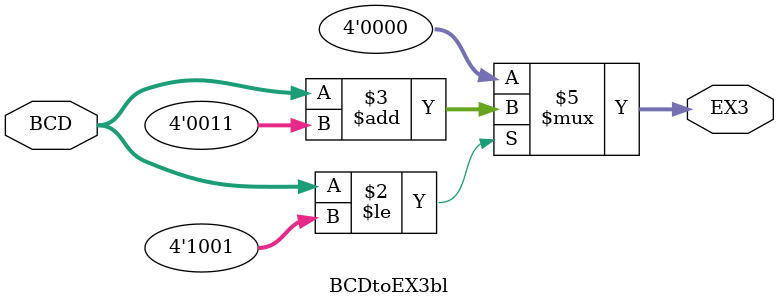
<source format=v>
module BCDtoEX3bl(BCD,EX3);
	output reg[3:0]EX3;
	input[3:0]BCD;
	always@(*) begin
		if (BCD<=4'b1001)
			EX3=BCD+4'B0011;
		else
			EX3=4'b0000;
end
endmodule

</source>
